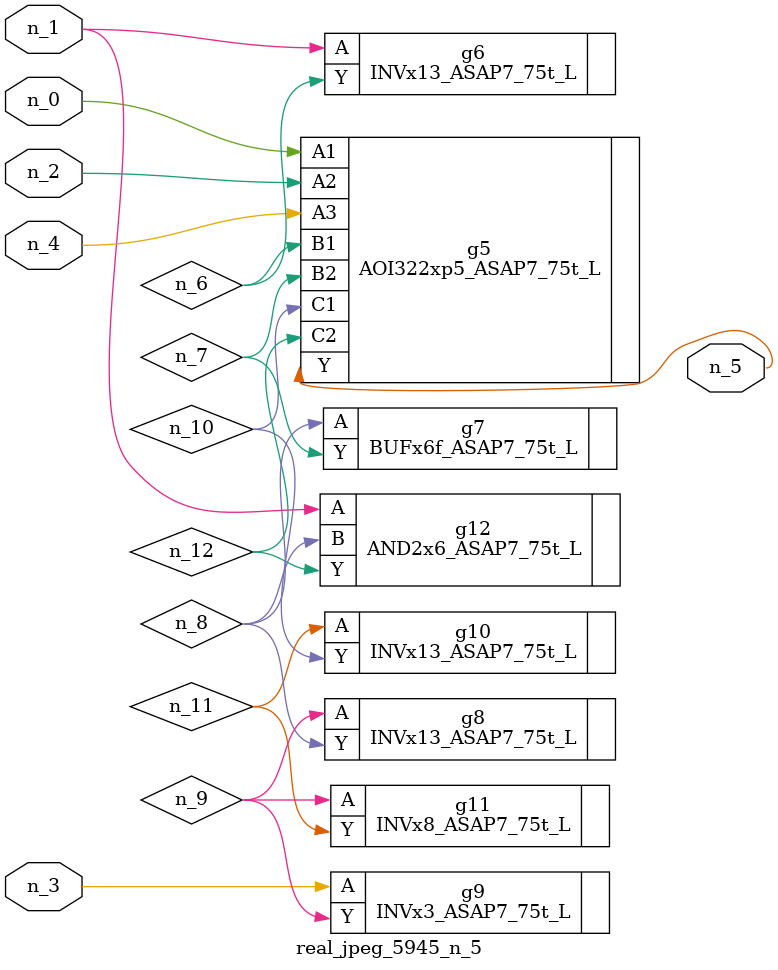
<source format=v>
module real_jpeg_5945_n_5 (n_4, n_0, n_1, n_2, n_3, n_5);

input n_4;
input n_0;
input n_1;
input n_2;
input n_3;

output n_5;

wire n_12;
wire n_8;
wire n_11;
wire n_6;
wire n_7;
wire n_10;
wire n_9;

AOI322xp5_ASAP7_75t_L g5 ( 
.A1(n_0),
.A2(n_2),
.A3(n_4),
.B1(n_6),
.B2(n_7),
.C1(n_10),
.C2(n_12),
.Y(n_5)
);

INVx13_ASAP7_75t_L g6 ( 
.A(n_1),
.Y(n_6)
);

AND2x6_ASAP7_75t_L g12 ( 
.A(n_1),
.B(n_8),
.Y(n_12)
);

INVx3_ASAP7_75t_L g9 ( 
.A(n_3),
.Y(n_9)
);

BUFx6f_ASAP7_75t_L g7 ( 
.A(n_8),
.Y(n_7)
);

INVx13_ASAP7_75t_L g8 ( 
.A(n_9),
.Y(n_8)
);

INVx8_ASAP7_75t_L g11 ( 
.A(n_9),
.Y(n_11)
);

INVx13_ASAP7_75t_L g10 ( 
.A(n_11),
.Y(n_10)
);


endmodule
</source>
